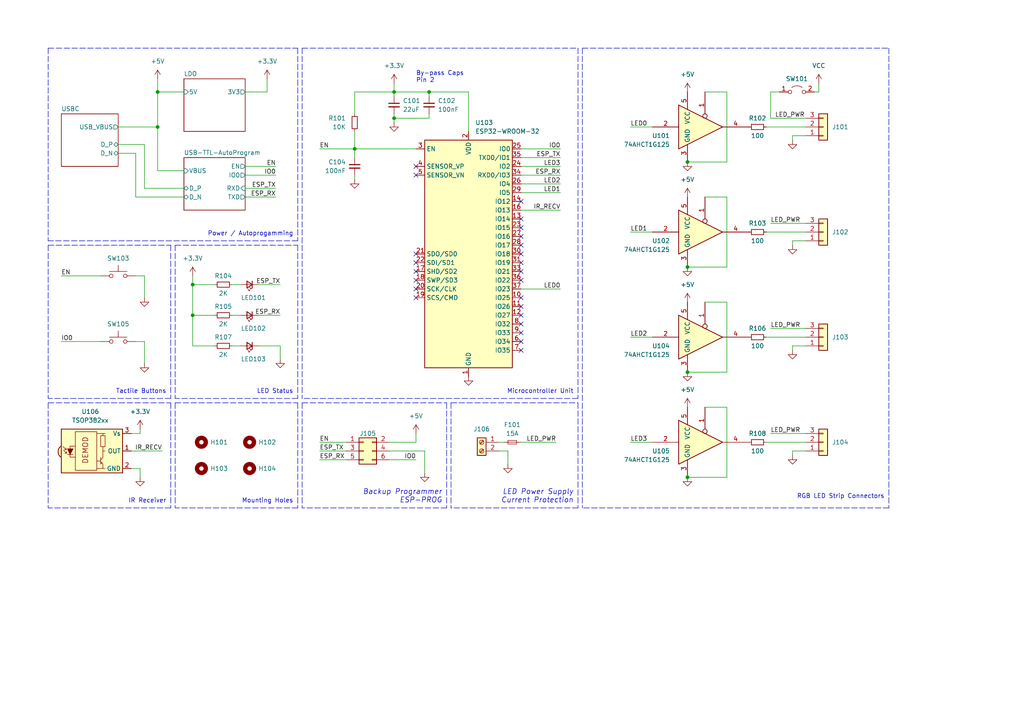
<source format=kicad_sch>
(kicad_sch (version 20230121) (generator eeschema)
  (paper "A4")
  (title_block (title "WLED ESP32 Control Board") (date "2023-06-18") (rev "A"))
  (lib_symbols
    (symbol "74xGxx:74AHCT1G125"
      (property "Reference" "U" (at -2.54 3.81 0))
      (property "Value" "74AHCT1G125" (at 0 -3.81 0))
      (symbol "74AHCT1G125_0_1"
        (polyline (pts (xy -7.62 6.35) (xy -7.62 -6.35) (xy 5.08 0) (xy -7.62 6.35)) (stroke (width 0.254)) (fill (type background)))
      )
      (symbol "74AHCT1G125_1_1"
        (pin input inverted (at 0 10.16 270) (length 7.62) (name "~") (number "1"))
        (pin input line (at -15.24 0 0) (length 7.62) (name "~") (number "2"))
        (pin power_in line (at -5.08 -10.16 90) (length 5.08) (name "GND") (number "3"))
        (pin tri_state line (at 12.7 0 180) (length 7.62) (name "~") (number "4"))
        (pin power_in line (at -5.08 10.16 270) (length 5.08) (name "VCC") (number "5"))
      )
    )
    (symbol "Connector:Screw_Terminal_01x02" (pin_names (offset 1.016) hide)
      (property "Reference" "J" (at 0 2.54 0))
      (property "Value" "Screw_Terminal_01x02" (at 0 -5.08 0))
      (symbol "Screw_Terminal_01x02_1_1"
        (rectangle (start -1.27 1.27) (end 1.27 -3.81) (stroke (width 0.254)) (fill (type background)))
        (circle (center 0 -2.54) (radius 0.635) (stroke (width 0.1524)))
        (polyline (pts (xy -0.5334 -2.2098) (xy 0.3302 -3.048)) (stroke (width 0.1524)))
        (polyline (pts (xy -0.5334 0.3302) (xy 0.3302 -0.508)) (stroke (width 0.1524)))
        (polyline (pts (xy -0.3556 -2.032) (xy 0.508 -2.8702)) (stroke (width 0.1524)))
        (polyline (pts (xy -0.3556 0.508) (xy 0.508 -0.3302)) (stroke (width 0.1524)))
        (circle (center 0 0) (radius 0.635) (stroke (width 0.1524)))
        (pin passive line (at -5.08 0 0) (length 3.81) (name "Pin_1") (number "1"))
        (pin passive line (at -5.08 -2.54 0) (length 3.81) (name "Pin_2") (number "2"))
      )
    )
    (symbol "Connector_Generic:Conn_01x03" (pin_names (offset 1.016) hide)
      (property "Reference" "J" (at 0 5.08 0))
      (property "Value" "Conn_01x03" (at 0 -5.08 0))
      (symbol "Conn_01x03_1_1"
        (rectangle (start -1.27 -2.413) (end 0 -2.667) (stroke (width 0.1524)))
        (rectangle (start -1.27 0.127) (end 0 -0.127) (stroke (width 0.1524)))
        (rectangle (start -1.27 2.667) (end 0 2.413) (stroke (width 0.1524)))
        (rectangle (start -1.27 3.81) (end 1.27 -3.81) (stroke (width 0.254)) (fill (type background)))
        (pin passive line (at -5.08 2.54 0) (length 3.81) (name "Pin_1") (number "1"))
        (pin passive line (at -5.08 0 0) (length 3.81) (name "Pin_2") (number "2"))
        (pin passive line (at -5.08 -2.54 0) (length 3.81) (name "Pin_3") (number "3"))
      )
    )
    (symbol "Connector_Generic:Conn_02x03_Odd_Even" (pin_names (offset 1.016) hide)
      (property "Reference" "J" (at 1.27 5.08 0))
      (property "Value" "Conn_02x03_Odd_Even" (at 1.27 -5.08 0))
      (symbol "Conn_02x03_Odd_Even_1_1"
        (rectangle (start -1.27 -2.413) (end 0 -2.667) (stroke (width 0.1524)))
        (rectangle (start -1.27 0.127) (end 0 -0.127) (stroke (width 0.1524)))
        (rectangle (start -1.27 2.667) (end 0 2.413) (stroke (width 0.1524)))
        (rectangle (start -1.27 3.81) (end 3.81 -3.81) (stroke (width 0.254)) (fill (type background)))
        (rectangle (start 3.81 -2.413) (end 2.54 -2.667) (stroke (width 0.1524)))
        (rectangle (start 3.81 0.127) (end 2.54 -0.127) (stroke (width 0.1524)))
        (rectangle (start 3.81 2.667) (end 2.54 2.413) (stroke (width 0.1524)))
        (pin passive line (at -5.08 2.54 0) (length 3.81) (name "Pin_1") (number "1"))
        (pin passive line (at 7.62 2.54 180) (length 3.81) (name "Pin_2") (number "2"))
        (pin passive line (at -5.08 0 0) (length 3.81) (name "Pin_3") (number "3"))
        (pin passive line (at 7.62 0 180) (length 3.81) (name "Pin_4") (number "4"))
        (pin passive line (at -5.08 -2.54 0) (length 3.81) (name "Pin_5") (number "5"))
        (pin passive line (at 7.62 -2.54 180) (length 3.81) (name "Pin_6") (number "6"))
      )
    )
    (symbol "Device:C_Small" (pin_numbers hide) (pin_names (offset 0.254) hide)
      (property "Reference" "C" (at 0.254 1.778 0))
      (property "Value" "C_Small" (at 0.254 -2.032 0))
      (symbol "C_Small_0_1"
        (polyline (pts (xy -1.524 -0.508) (xy 1.524 -0.508)) (stroke (width 0.3302)))
        (polyline (pts (xy -1.524 0.508) (xy 1.524 0.508)) (stroke (width 0.3048)))
      )
      (symbol "C_Small_1_1"
        (pin passive line (at 0 2.54 270) (length 2.032) (name "~") (number "1"))
        (pin passive line (at 0 -2.54 90) (length 2.032) (name "~") (number "2"))
      )
    )
    (symbol "Device:Fuse_Small" (pin_numbers hide) (pin_names (offset 0.254) hide)
      (property "Reference" "F" (at 0 -1.524 0))
      (property "Value" "Fuse_Small" (at 0 1.524 0))
      (symbol "Fuse_Small_0_1"
        (rectangle (start -1.27 0.508) (end 1.27 -0.508))
        (polyline (pts (xy -1.27 0) (xy 1.27 0)))
      )
      (symbol "Fuse_Small_1_1"
        (pin passive line (at -2.54 0 0) (length 1.27) (name "~") (number "1"))
        (pin passive line (at 2.54 0 180) (length 1.27) (name "~") (number "2"))
      )
    )
    (symbol "Device:LED_Small" (pin_numbers hide) (pin_names (offset 0.254) hide)
      (property "Reference" "D" (at -1.27 3.175 0))
      (property "Value" "LED_Small" (at -4.445 -2.54 0))
      (symbol "LED_Small_0_1"
        (polyline (pts (xy -0.762 -1.016) (xy -0.762 1.016)) (stroke (width 0.254)))
        (polyline (pts (xy 1.016 0) (xy -0.762 0)))
        (polyline (pts (xy 0.762 -1.016) (xy -0.762 0) (xy 0.762 1.016) (xy 0.762 -1.016)) (stroke (width 0.254)))
        (polyline (pts (xy 0 0.762) (xy -0.508 1.27) (xy -0.254 1.27) (xy -0.508 1.27) (xy -0.508 1.016)))
        (polyline (pts (xy 0.508 1.27) (xy 0 1.778) (xy 0.254 1.778) (xy 0 1.778) (xy 0 1.524)))
      )
      (symbol "LED_Small_1_1"
        (pin passive line (at -2.54 0 0) (length 1.778) (name "K") (number "1"))
        (pin passive line (at 2.54 0 180) (length 1.778) (name "A") (number "2"))
      )
    )
    (symbol "Device:R_Small" (pin_numbers hide) (pin_names (offset 0.254) hide)
      (property "Reference" "R" (at 0.762 0.508 0))
      (property "Value" "R_Small" (at 0.762 -1.016 0))
      (symbol "R_Small_0_1"
        (rectangle (start -0.762 1.778) (end 0.762 -1.778) (stroke (width 0.2032)))
      )
      (symbol "R_Small_1_1"
        (pin passive line (at 0 2.54 270) (length 0.762) (name "~") (number "1"))
        (pin passive line (at 0 -2.54 90) (length 0.762) (name "~") (number "2"))
      )
    )
    (symbol "Interface_Optical:TSOP382xx"
      (property "Reference" "U" (at -10.16 7.62 0))
      (property "Value" "TSOP382xx" (at -10.16 -7.62 0))
      (symbol "TSOP382xx_0_0"
        (arc (start -10.287 1.397) (mid -11.0899 -0.1852) (end -10.287 -1.778) (stroke (width 0.254)) (fill (type background)))
        (polyline (pts (xy 1.905 -5.08) (xy 0.127 -5.08)))
        (polyline (pts (xy 1.905 5.08) (xy 0.127 5.08)))
        (text "DEMOD" (at -3.175 0.254 900) (effects (font (size 1.524 1.524))))
      )
      (symbol "TSOP382xx_0_1"
        (rectangle (start -6.096 5.588) (end 0.127 -5.588))
        (polyline (pts (xy -8.763 0.381) (xy -9.652 1.27)))
        (polyline (pts (xy -8.763 0.381) (xy -9.271 0.381)))
        (polyline (pts (xy -8.763 0.381) (xy -8.763 0.889)))
        (polyline (pts (xy -8.636 -0.635) (xy -9.525 0.254)))
        (polyline (pts (xy -8.636 -0.635) (xy -9.144 -0.635)))
        (polyline (pts (xy -8.636 -0.635) (xy -8.636 -0.127)))
        (polyline (pts (xy -8.382 -1.016) (xy -6.731 -1.016)))
        (polyline (pts (xy 1.27 -2.921) (xy 0.127 -2.921)))
        (polyline (pts (xy 1.27 -1.905) (xy 1.27 -3.81)))
        (polyline (pts (xy 1.397 -3.556) (xy 1.524 -3.556)))
        (polyline (pts (xy 1.651 -3.556) (xy 1.524 -3.556)))
        (polyline (pts (xy 1.651 -3.556) (xy 1.651 -3.302)))
        (polyline (pts (xy 1.905 0) (xy 1.905 1.27)))
        (polyline (pts (xy 1.905 4.445) (xy 1.905 5.08) (xy 2.54 5.08)))
        (polyline (pts (xy -8.382 0.635) (xy -6.731 0.635) (xy -7.62 -1.016) (xy -8.382 0.635)) (fill (type outline)))
        (polyline (pts (xy -6.096 1.397) (xy -7.62 1.397) (xy -7.62 -1.778) (xy -6.096 -1.778)))
        (polyline (pts (xy 1.27 -3.175) (xy 1.905 -3.81) (xy 1.905 -5.08) (xy 2.54 -5.08)))
        (polyline (pts (xy 1.27 -2.54) (xy 1.905 -1.905) (xy 1.905 0) (xy 2.54 0)))
        (rectangle (start 2.54 1.27) (end 1.27 4.445))
        (rectangle (start 7.62 6.35) (end -10.16 -6.35) (stroke (width 0.254)) (fill (type background)))
      )
      (symbol "TSOP382xx_1_1"
        (pin output line (at 10.16 0 180) (length 2.54) (name "OUT") (number "1"))
        (pin power_in line (at 10.16 -5.08 180) (length 2.54) (name "GND") (number "2"))
        (pin power_in line (at 10.16 5.08 180) (length 2.54) (name "Vs") (number "3"))
      )
    )
    (symbol "Jumper:Jumper_2_Open" (pin_names (offset 0) hide)
      (property "Reference" "JP" (at 0 2.794 0))
      (property "Value" "Jumper_2_Open" (at 0 -2.286 0))
      (symbol "Jumper_2_Open_0_0"
        (circle (center -2.032 0) (radius 0.508))
        (circle (center 2.032 0) (radius 0.508))
      )
      (symbol "Jumper_2_Open_0_1"
        (arc (start 1.524 1.27) (mid 0 1.778) (end -1.524 1.27))
      )
      (symbol "Jumper_2_Open_1_1"
        (pin passive line (at -5.08 0 0) (length 2.54) (name "A") (number "1"))
        (pin passive line (at 5.08 0 180) (length 2.54) (name "B") (number "2"))
      )
    )
    (symbol "Mechanical:MountingHole" (pin_names (offset 1.016))
      (property "Reference" "H" (at 0 5.08 0))
      (property "Value" "MountingHole" (at 0 3.175 0))
      (symbol "MountingHole_0_1"
        (circle (center 0 0) (radius 1.27) (stroke (width 1.27)))
      )
    )
    (symbol "RF_Module:ESP32-WROOM-32"
      (property "Reference" "U" (at -12.7 34.29 0))
      (property "Value" "ESP32-WROOM-32" (at 1.27 34.29 0))
      (symbol "ESP32-WROOM-32_0_1"
        (rectangle (start -12.7 33.02) (end 12.7 -33.02) (stroke (width 0.254)) (fill (type background)))
      )
      (symbol "ESP32-WROOM-32_1_1"
        (pin power_in line (at 0 -35.56 90) (length 2.54) (name "GND") (number "1"))
        (pin bidirectional line (at 15.24 -12.7 180) (length 2.54) (name "IO25") (number "10"))
        (pin bidirectional line (at 15.24 -15.24 180) (length 2.54) (name "IO26") (number "11"))
        (pin bidirectional line (at 15.24 -17.78 180) (length 2.54) (name "IO27") (number "12"))
        (pin bidirectional line (at 15.24 10.16 180) (length 2.54) (name "IO14") (number "13"))
        (pin bidirectional line (at 15.24 15.24 180) (length 2.54) (name "IO12") (number "14"))
        (pin passive line (at 0 -35.56 90) (length 2.54) hide (name "GND") (number "15"))
        (pin bidirectional line (at 15.24 12.7 180) (length 2.54) (name "IO13") (number "16"))
        (pin bidirectional line (at -15.24 -5.08 0) (length 2.54) (name "SHD/SD2") (number "17"))
        (pin bidirectional line (at -15.24 -7.62 0) (length 2.54) (name "SWP/SD3") (number "18"))
        (pin bidirectional line (at -15.24 -12.7 0) (length 2.54) (name "SCS/CMD") (number "19"))
        (pin power_in line (at 0 35.56 270) (length 2.54) (name "VDD") (number "2"))
        (pin bidirectional line (at -15.24 -10.16 0) (length 2.54) (name "SCK/CLK") (number "20"))
        (pin bidirectional line (at -15.24 0 0) (length 2.54) (name "SDO/SD0") (number "21"))
        (pin bidirectional line (at -15.24 -2.54 0) (length 2.54) (name "SDI/SD1") (number "22"))
        (pin bidirectional line (at 15.24 7.62 180) (length 2.54) (name "IO15") (number "23"))
        (pin bidirectional line (at 15.24 25.4 180) (length 2.54) (name "IO2") (number "24"))
        (pin bidirectional line (at 15.24 30.48 180) (length 2.54) (name "IO0") (number "25"))
        (pin bidirectional line (at 15.24 20.32 180) (length 2.54) (name "IO4") (number "26"))
        (pin bidirectional line (at 15.24 5.08 180) (length 2.54) (name "IO16") (number "27"))
        (pin bidirectional line (at 15.24 2.54 180) (length 2.54) (name "IO17") (number "28"))
        (pin bidirectional line (at 15.24 17.78 180) (length 2.54) (name "IO5") (number "29"))
        (pin input line (at -15.24 30.48 0) (length 2.54) (name "EN") (number "3"))
        (pin bidirectional line (at 15.24 0 180) (length 2.54) (name "IO18") (number "30"))
        (pin bidirectional line (at 15.24 -2.54 180) (length 2.54) (name "IO19") (number "31"))
        (pin no_connect line (at -12.7 -27.94 0) (length 2.54) hide (name "NC") (number "32"))
        (pin bidirectional line (at 15.24 -5.08 180) (length 2.54) (name "IO21") (number "33"))
        (pin bidirectional line (at 15.24 22.86 180) (length 2.54) (name "RXD0/IO3") (number "34"))
        (pin bidirectional line (at 15.24 27.94 180) (length 2.54) (name "TXD0/IO1") (number "35"))
        (pin bidirectional line (at 15.24 -7.62 180) (length 2.54) (name "IO22") (number "36"))
        (pin bidirectional line (at 15.24 -10.16 180) (length 2.54) (name "IO23") (number "37"))
        (pin passive line (at 0 -35.56 90) (length 2.54) hide (name "GND") (number "38"))
        (pin passive line (at 0 -35.56 90) (length 2.54) hide (name "GND") (number "39"))
        (pin input line (at -15.24 25.4 0) (length 2.54) (name "SENSOR_VP") (number "4"))
        (pin input line (at -15.24 22.86 0) (length 2.54) (name "SENSOR_VN") (number "5"))
        (pin input line (at 15.24 -25.4 180) (length 2.54) (name "IO34") (number "6"))
        (pin input line (at 15.24 -27.94 180) (length 2.54) (name "IO35") (number "7"))
        (pin bidirectional line (at 15.24 -20.32 180) (length 2.54) (name "IO32") (number "8"))
        (pin bidirectional line (at 15.24 -22.86 180) (length 2.54) (name "IO33") (number "9"))
      )
    )
    (symbol "Switch:SW_Push" (pin_numbers hide) (pin_names (offset 1.016) hide)
      (property "Reference" "SW" (at 1.27 2.54 0))
      (property "Value" "SW_Push" (at 0 -1.524 0))
      (symbol "SW_Push_0_1"
        (circle (center -2.032 0) (radius 0.508))
        (polyline (pts (xy 0 1.27) (xy 0 3.048)))
        (polyline (pts (xy 2.54 1.27) (xy -2.54 1.27)))
        (circle (center 2.032 0) (radius 0.508))
        (pin passive line (at -5.08 0 0) (length 2.54) (name "1") (number "1"))
        (pin passive line (at 5.08 0 180) (length 2.54) (name "2") (number "2"))
      )
    )
    (symbol "power:+3.3V" (power) (pin_names (offset 0))
      (property "Value" "+3.3V" (at 0 3.556 0))
      (symbol "+3.3V_0_1"
        (polyline (pts (xy -0.762 1.27) (xy 0 2.54)))
        (polyline (pts (xy 0 0) (xy 0 2.54)))
        (polyline (pts (xy 0 2.54) (xy 0.762 1.27)))
      )
      (symbol "+3.3V_1_1"
        (pin power_in line (at 0 0 90) (length 0) hide (name "+3.3V") (number "1"))
      )
    )
    (symbol "power:+5V" (power) (pin_names (offset 0))
      (property "Value" "+5V" (at 0 3.556 0))
      (symbol "+5V_0_1"
        (polyline (pts (xy -0.762 1.27) (xy 0 2.54)))
        (polyline (pts (xy 0 0) (xy 0 2.54)))
        (polyline (pts (xy 0 2.54) (xy 0.762 1.27)))
      )
      (symbol "+5V_1_1"
        (pin power_in line (at 0 0 90) (length 0) hide (name "+5V") (number "1"))
      )
    )
    (symbol "power:GND" (power) (pin_names (offset 0))
      (property "Value" "GND" (at 0 -3.81 0))
      (symbol "GND_0_1"
        (polyline (pts (xy 0 0) (xy 0 -1.27) (xy 1.27 -1.27) (xy 0 -2.54) (xy -1.27 -1.27) (xy 0 -1.27)))
      )
      (symbol "GND_1_1"
        (pin power_in line (at 0 0 270) (length 0) hide (name "GND") (number "1"))
      )
    )
    (symbol "power:VCC" (power) (pin_names (offset 0))
      (property "Value" "VCC" (at 0 3.81 0))
      (symbol "VCC_0_1"
        (polyline (pts (xy -0.762 1.27) (xy 0 2.54)))
        (polyline (pts (xy 0 0) (xy 0 2.54)))
        (polyline (pts (xy 0 2.54) (xy 0.762 1.27)))
      )
      (symbol "VCC_1_1"
        (pin power_in line (at 0 0 90) (length 0) hide (name "VCC") (number "1"))
      )
    )
  )
  (junction (at 45.72 26.67))
  (junction (at 55.88 91.44))
  (junction (at 199.39 107.95))
  (junction (at 199.39 138.43))
  (junction (at 102.87 43.18))
  (junction (at 114.3 34.29))
  (junction (at 55.88 82.55))
  (junction (at 199.39 46.99))
  (junction (at 199.39 77.47))
  (junction (at 114.3 26.67))
  (junction (at 124.46 26.67))
  (junction (at 45.72 36.83))
  (no_connect (at 151.13 73.66))
  (no_connect (at 151.13 58.42))
  (no_connect (at 151.13 66.04))
  (no_connect (at 151.13 91.44))
  (no_connect (at 151.13 71.12))
  (no_connect (at 120.65 48.26))
  (no_connect (at 151.13 101.6))
  (no_connect (at 151.13 93.98))
  (no_connect (at 151.13 63.5))
  (no_connect (at 151.13 68.58))
  (no_connect (at 151.13 96.52))
  (no_connect (at 151.13 88.9))
  (no_connect (at 151.13 86.36))
  (no_connect (at 151.13 78.74))
  (no_connect (at 120.65 81.28))
  (no_connect (at 120.65 73.66))
  (no_connect (at 120.65 83.82))
  (no_connect (at 151.13 76.2))
  (no_connect (at 120.65 50.8))
  (no_connect (at 151.13 99.06))
  (no_connect (at 120.65 86.36))
  (no_connect (at 151.13 81.28))
  (no_connect (at 120.65 78.74))
  (no_connect (at 120.65 76.2))
  (wire (pts (xy 81.28 100.33) (xy 81.28 104.14)))
  (polyline (pts (xy 13.97 71.12) (xy 49.53 71.12)) (stroke (width 0) (type dash)))
  (wire (pts (xy 210.82 26.67) (xy 210.82 46.99)))
  (wire (pts (xy 151.13 43.18) (xy 162.56 43.18)))
  (polyline (pts (xy 167.64 116.84) (xy 167.64 147.32)) (stroke (width 0) (type dash)))
  (wire (pts (xy 229.87 130.81) (xy 233.68 130.81)))
  (polyline (pts (xy 168.91 13.97) (xy 168.91 147.32)) (stroke (width 0) (type dash)))
  (wire (pts (xy 223.52 125.73) (xy 233.68 125.73)))
  (wire (pts (xy 55.88 100.33) (xy 62.23 100.33)))
  (wire (pts (xy 124.46 26.67) (xy 124.46 27.94)))
  (wire (pts (xy 41.91 99.06) (xy 41.91 105.41)))
  (polyline (pts (xy 87.63 116.84) (xy 87.63 147.32)) (stroke (width 0) (type dash)))
  (wire (pts (xy 147.32 130.81) (xy 147.32 134.62)))
  (wire (pts (xy 71.12 50.8) (xy 80.01 50.8)))
  (wire (pts (xy 77.47 22.86) (xy 77.47 26.67)))
  (wire (pts (xy 151.13 128.27) (xy 161.29 128.27)))
  (wire (pts (xy 229.87 39.37) (xy 229.87 40.64)))
  (wire (pts (xy 182.88 36.83) (xy 189.23 36.83)))
  (wire (pts (xy 34.29 44.45) (xy 39.37 44.45)))
  (wire (pts (xy 223.52 64.77) (xy 233.68 64.77)))
  (polyline (pts (xy 13.97 13.97) (xy 13.97 69.85)) (stroke (width 0) (type dash)))
  (wire (pts (xy 226.06 26.67) (xy 223.52 26.67)))
  (wire (pts (xy 182.88 128.27) (xy 189.23 128.27)))
  (polyline (pts (xy 13.97 71.12) (xy 13.97 115.57)) (stroke (width 0) (type dash)))
  (wire (pts (xy 237.49 24.13) (xy 237.49 26.67)))
  (wire (pts (xy 34.29 41.91) (xy 41.91 41.91)))
  (wire (pts (xy 34.29 36.83) (xy 45.72 36.83)))
  (wire (pts (xy 151.13 60.96) (xy 162.56 60.96)))
  (wire (pts (xy 17.78 99.06) (xy 29.21 99.06)))
  (polyline (pts (xy 167.64 13.97) (xy 167.64 115.57)) (stroke (width 0) (type dash)))
  (wire (pts (xy 67.31 100.33) (xy 69.85 100.33)))
  (polyline (pts (xy 86.36 13.97) (xy 86.36 69.85)) (stroke (width 0) (type dash)))
  (wire (pts (xy 229.87 100.33) (xy 229.87 101.6)))
  (wire (pts (xy 135.89 26.67) (xy 135.89 38.1)))
  (wire (pts (xy 67.31 82.55) (xy 69.85 82.55)))
  (wire (pts (xy 204.47 26.67) (xy 210.82 26.67)))
  (polyline (pts (xy 257.81 147.32) (xy 168.91 147.32)) (stroke (width 0) (type dash)))
  (wire (pts (xy 38.1 135.89) (xy 40.64 135.89)))
  (wire (pts (xy 151.13 83.82) (xy 162.56 83.82)))
  (wire (pts (xy 55.88 82.55) (xy 62.23 82.55)))
  (wire (pts (xy 210.82 87.63) (xy 210.82 107.95)))
  (polyline (pts (xy 50.8 71.12) (xy 50.8 115.57)) (stroke (width 0) (type dash)))
  (wire (pts (xy 229.87 69.85) (xy 233.68 69.85)))
  (wire (pts (xy 229.87 39.37) (xy 233.68 39.37)))
  (polyline (pts (xy 257.81 13.97) (xy 257.81 147.32)) (stroke (width 0) (type dash)))
  (wire (pts (xy 39.37 99.06) (xy 41.91 99.06)))
  (wire (pts (xy 41.91 41.91) (xy 41.91 54.61)))
  (wire (pts (xy 144.78 130.81) (xy 147.32 130.81)))
  (wire (pts (xy 45.72 49.53) (xy 45.72 36.83)))
  (wire (pts (xy 77.47 26.67) (xy 71.12 26.67)))
  (wire (pts (xy 40.64 125.73) (xy 40.64 124.46)))
  (wire (pts (xy 55.88 82.55) (xy 55.88 91.44)))
  (polyline (pts (xy 87.63 116.84) (xy 129.54 116.84)) (stroke (width 0) (type dash)))
  (wire (pts (xy 151.13 45.72) (xy 162.56 45.72)))
  (wire (pts (xy 53.34 49.53) (xy 45.72 49.53)))
  (wire (pts (xy 45.72 36.83) (xy 45.72 26.67)))
  (wire (pts (xy 45.72 22.86) (xy 45.72 26.67)))
  (wire (pts (xy 92.71 133.35) (xy 100.33 133.35)))
  (wire (pts (xy 92.71 43.18) (xy 102.87 43.18)))
  (wire (pts (xy 204.47 87.63) (xy 210.82 87.63)))
  (polyline (pts (xy 50.8 116.84) (xy 50.8 147.32)) (stroke (width 0) (type dash)))
  (wire (pts (xy 182.88 67.31) (xy 189.23 67.31)))
  (wire (pts (xy 38.1 130.81) (xy 46.99 130.81)))
  (wire (pts (xy 113.03 128.27) (xy 120.65 128.27)))
  (wire (pts (xy 223.52 95.25) (xy 233.68 95.25)))
  (wire (pts (xy 114.3 26.67) (xy 102.87 26.67)))
  (polyline (pts (xy 86.36 147.32) (xy 50.8 147.32)) (stroke (width 0) (type dash)))
  (wire (pts (xy 92.71 130.81) (xy 100.33 130.81)))
  (polyline (pts (xy 86.36 71.12) (xy 86.36 115.57)) (stroke (width 0) (type dash)))
  (wire (pts (xy 102.87 50.8) (xy 102.87 52.07)))
  (polyline (pts (xy 130.81 116.84) (xy 167.64 116.84)) (stroke (width 0) (type dash)))
  (wire (pts (xy 229.87 69.85) (xy 229.87 71.12)))
  (wire (pts (xy 151.13 55.88) (xy 162.56 55.88)))
  (wire (pts (xy 222.25 36.83) (xy 233.68 36.83)))
  (wire (pts (xy 102.87 43.18) (xy 102.87 45.72)))
  (wire (pts (xy 124.46 26.67) (xy 135.89 26.67)))
  (wire (pts (xy 102.87 26.67) (xy 102.87 33.02)))
  (wire (pts (xy 114.3 34.29) (xy 114.3 33.02)))
  (wire (pts (xy 55.88 80.01) (xy 55.88 82.55)))
  (wire (pts (xy 210.82 57.15) (xy 210.82 77.47)))
  (wire (pts (xy 114.3 24.13) (xy 114.3 26.67)))
  (polyline (pts (xy 50.8 116.84) (xy 86.36 116.84)) (stroke (width 0) (type dash)))
  (wire (pts (xy 39.37 80.01) (xy 41.91 80.01)))
  (wire (pts (xy 74.93 91.44) (xy 81.28 91.44)))
  (wire (pts (xy 39.37 44.45) (xy 39.37 57.15)))
  (wire (pts (xy 151.13 53.34) (xy 162.56 53.34)))
  (polyline (pts (xy 13.97 116.84) (xy 49.53 116.84)) (stroke (width 0) (type dash)))
  (wire (pts (xy 45.72 26.67) (xy 53.34 26.67)))
  (polyline (pts (xy 86.36 115.57) (xy 50.8 115.57)) (stroke (width 0) (type dash)))
  (wire (pts (xy 222.25 67.31) (xy 233.68 67.31)))
  (polyline (pts (xy 167.64 147.32) (xy 130.81 147.32)) (stroke (width 0) (type dash)))
  (wire (pts (xy 71.12 48.26) (xy 80.01 48.26)))
  (wire (pts (xy 71.12 54.61) (xy 80.01 54.61)))
  (wire (pts (xy 222.25 128.27) (xy 233.68 128.27)))
  (polyline (pts (xy 129.54 147.32) (xy 87.63 147.32)) (stroke (width 0) (type dash)))
  (polyline (pts (xy 130.81 116.84) (xy 130.81 147.32)) (stroke (width 0) (type dash)))
  (polyline (pts (xy 86.36 116.84) (xy 86.36 147.32)) (stroke (width 0) (type dash)))
  (wire (pts (xy 55.88 91.44) (xy 62.23 91.44)))
  (wire (pts (xy 124.46 34.29) (xy 124.46 33.02)))
  (wire (pts (xy 92.71 128.27) (xy 100.33 128.27)))
  (wire (pts (xy 113.03 130.81) (xy 123.19 130.81)))
  (polyline (pts (xy 167.64 115.57) (xy 87.63 115.57)) (stroke (width 0) (type dash)))
  (wire (pts (xy 204.47 118.11) (xy 210.82 118.11)))
  (wire (pts (xy 151.13 50.8) (xy 162.56 50.8)))
  (wire (pts (xy 223.52 26.67) (xy 223.52 34.29)))
  (wire (pts (xy 39.37 57.15) (xy 53.34 57.15)))
  (polyline (pts (xy 168.91 13.97) (xy 257.81 13.97)) (stroke (width 0) (type dash)))
  (polyline (pts (xy 49.53 116.84) (xy 49.53 147.32)) (stroke (width 0) (type dash)))
  (wire (pts (xy 114.3 26.67) (xy 114.3 27.94)))
  (polyline (pts (xy 50.8 71.12) (xy 86.36 71.12)) (stroke (width 0) (type dash)))
  (wire (pts (xy 74.93 100.33) (xy 81.28 100.33)))
  (wire (pts (xy 123.19 130.81) (xy 123.19 137.16)))
  (wire (pts (xy 114.3 35.56) (xy 114.3 34.29)))
  (wire (pts (xy 210.82 138.43) (xy 199.39 138.43)))
  (wire (pts (xy 102.87 43.18) (xy 120.65 43.18)))
  (wire (pts (xy 210.82 77.47) (xy 199.39 77.47)))
  (wire (pts (xy 102.87 38.1) (xy 102.87 43.18)))
  (wire (pts (xy 120.65 125.73) (xy 120.65 128.27)))
  (wire (pts (xy 17.78 80.01) (xy 29.21 80.01)))
  (wire (pts (xy 41.91 80.01) (xy 41.91 86.36)))
  (wire (pts (xy 41.91 54.61) (xy 53.34 54.61)))
  (wire (pts (xy 182.88 97.79) (xy 189.23 97.79)))
  (polyline (pts (xy 87.63 13.97) (xy 167.64 13.97)) (stroke (width 0) (type dash)))
  (polyline (pts (xy 49.53 115.57) (xy 13.97 115.57)) (stroke (width 0) (type dash)))
  (polyline (pts (xy 49.53 147.32) (xy 13.97 147.32)) (stroke (width 0) (type dash)))
  (polyline (pts (xy 49.53 71.12) (xy 49.53 115.57)) (stroke (width 0) (type dash)))
  (wire (pts (xy 229.87 130.81) (xy 229.87 132.08)))
  (wire (pts (xy 71.12 57.15) (xy 80.01 57.15)))
  (wire (pts (xy 223.52 34.29) (xy 233.68 34.29)))
  (wire (pts (xy 151.13 48.26) (xy 162.56 48.26)))
  (wire (pts (xy 204.47 57.15) (xy 210.82 57.15)))
  (wire (pts (xy 222.25 97.79) (xy 233.68 97.79)))
  (polyline (pts (xy 129.54 116.84) (xy 129.54 147.32)) (stroke (width 0) (type dash)))
  (wire (pts (xy 210.82 118.11) (xy 210.82 138.43)))
  (wire (pts (xy 113.03 133.35) (xy 120.65 133.35)))
  (wire (pts (xy 210.82 46.99) (xy 199.39 46.99)))
  (polyline (pts (xy 87.63 13.97) (xy 87.63 115.57)) (stroke (width 0) (type dash)))
  (wire (pts (xy 67.31 91.44) (xy 69.85 91.44)))
  (wire (pts (xy 237.49 26.67) (xy 236.22 26.67)))
  (wire (pts (xy 38.1 125.73) (xy 40.64 125.73)))
  (wire (pts (xy 74.93 82.55) (xy 81.28 82.55)))
  (wire (pts (xy 210.82 107.95) (xy 199.39 107.95)))
  (polyline (pts (xy 13.97 116.84) (xy 13.97 147.32)) (stroke (width 0) (type dash)))
  (wire (pts (xy 55.88 91.44) (xy 55.88 100.33)))
  (wire (pts (xy 40.64 135.89) (xy 40.64 138.43)))
  (wire (pts (xy 229.87 100.33) (xy 233.68 100.33)))
  (wire (pts (xy 144.78 128.27) (xy 146.05 128.27)))
  (wire (pts (xy 114.3 34.29) (xy 124.46 34.29)))
  (polyline (pts (xy 13.97 13.97) (xy 86.36 13.97)) (stroke (width 0) (type dash)))
  (wire (pts (xy 114.3 26.67) (xy 124.46 26.67)))
  (polyline (pts (xy 86.36 69.85) (xy 13.97 69.85)) (stroke (width 0) (type dash)))
  (text "By-pass Caps\nPin 2" (at 120.65 24.13 0) (effects (font (size 1.27 1.27)) (justify left bottom)))
  (text "IR Receiver" (at 48.26 146.05 0) (effects (font (size 1.27 1.27)) (justify right bottom)))
  (text "Power / Autoprogamming" (at 85.09 68.58 0) (effects (font (size 1.27 1.27)) (justify right bottom)))
  (text "LED Power Supply\nCurrent Protection" (at 166.37 146.05 0) (effects (font (size 1.5 1.5) italic) (justify right bottom)))
  (text "LED Status" (at 85.09 114.3 0) (effects (font (size 1.27 1.27)) (justify right bottom)))
  (text "RGB LED Strip Connectors" (at 256.54 144.78 0) (effects (font (size 1.27 1.27)) (justify right bottom)))
  (text "Tactile Buttons" (at 48.26 114.3 0) (effects (font (size 1.27 1.27)) (justify right bottom)))
  (text "Backup Programmer\nESP-PROG" (at 128.27 146.05 0) (effects (font (size 1.5 1.5) italic) (justify right bottom)))
  (text "Microcontroller Unit" (at 166.37 114.3 0) (effects (font (size 1.27 1.27)) (justify right bottom)))
  (text "Mounting Holes" (at 85.09 146.05 0) (effects (font (size 1.27 1.27)) (justify right bottom)))
  (label "ESP_TX" (at 81.28 82.55 180))
  (label "LED_PWR" (at 223.52 64.77 0))
  (label "ESP_TX" (at 92.71 130.81 0))
  (label "EN" (at 80.01 48.26 180))
  (label "ESP_RX" (at 81.28 91.44 180))
  (label "ESP_RX" (at 162.56 50.8 180))
  (label "LED3" (at 182.88 128.27 0))
  (label "LED0" (at 182.88 36.83 0))
  (label "LED1" (at 182.88 67.31 0))
  (label "LED_PWR" (at 223.52 125.73 0))
  (label "ESP_RX" (at 92.71 133.35 0))
  (label "ESP_TX" (at 80.01 54.61 180))
  (label "LED_PWR" (at 161.29 128.27 180))
  (label "LED2" (at 162.56 53.34 180))
  (label "IO0" (at 162.56 43.18 180))
  (label "ESP_RX" (at 80.01 57.15 180))
  (label "LED_PWR" (at 224.79 34.29 0))
  (label "LED0" (at 162.56 83.82 180))
  (label "EN" (at 92.71 43.18 0))
  (label "IO0" (at 120.65 133.35 180))
  (label "LED_PWR" (at 223.52 95.25 0))
  (label "EN" (at 17.78 80.01 0))
  (label "LED1" (at 162.56 55.88 180))
  (label "IO0" (at 80.01 50.8 180))
  (label "IO0" (at 17.78 99.06 0))
  (label "IR_RECV" (at 46.99 130.81 180))
  (label "LED2" (at 182.88 97.79 0))
  (label "IR_RECV" (at 162.56 60.96 180))
  (label "ESP_TX" (at 162.56 45.72 180))
  (label "LED3" (at 162.56 48.26 180))
  (label "EN" (at 92.71 128.27 0))
  (symbol (lib_id "power:+3.3V") (at 77.47 22.86 0) (unit 1)
    (property "Reference" "#PWR0102" (effects hide))
    (property "Value" "+3.3V" (at 77.47 17.78 0))
  )
  (symbol (lib_id "74xGxx:74AHCT1G125") (at 204.47 97.79 0) (unit 1)
    (property "Reference" "U104" (at 194.31 100.33 0) (effects (justify right)))
    (property "Value" "74AHCT1G125" (at 194.31 102.87 0) (effects (justify right)))
    (property "Footprint" "Package_TO_SOT_SMD:SOT-23-5" (effects hide))
    (property "Datasheet" "http://www.ti.com/lit/sg/scyt129e/scyt129e.pdf" (effects hide))
    (property "LCSC" "C7484" (effects hide))
  )
  (symbol (lib_id "Device:R_Small") (at 219.71 97.79 90) (unit 1)
    (property "Reference" "R106" (at 219.71 95.25 90))
    (property "Value" "100" (at 219.71 100.33 90))
    (property "Footprint" "Resistor_SMD:R_0603_1608Metric" (effects hide))
    (property "LCSC" "C22775" (effects hide))
  )
  (symbol (lib_id "74xGxx:74AHCT1G125") (at 204.47 67.31 0) (unit 1)
    (property "Reference" "U102" (at 194.31 69.85 0) (effects (justify right)))
    (property "Value" "74AHCT1G125" (at 194.31 72.39 0) (effects (justify right)))
    (property "Footprint" "Package_TO_SOT_SMD:SOT-23-5" (effects hide))
    (property "Datasheet" "http://www.ti.com/lit/sg/scyt129e/scyt129e.pdf" (effects hide))
    (property "LCSC" "C7484" (effects hide))
  )
  (symbol (lib_id "Mechanical:MountingHole") (at 72.39 128.27 0) (unit 1) (in_bom no)
    (property "Reference" "H102" (at 74.93 128.27 0) (effects (justify left)))
    (property "Value" "MountingHole" (effects hide))
    (property "Footprint" "MountingHole:MountingHole_3.2mm_M3" (effects hide))
  )
  (symbol (lib_id "power:GND") (at 229.87 40.64 0) (unit 1)
    (property "Reference" "#PWR0107" (effects hide))
    (property "Value" "GND" (effects hide))
  )
  (symbol (lib_id "Connector:Screw_Terminal_01x02") (at 139.7 128.27 0) (mirror y) (unit 1) (in_bom no)
    (property "Reference" "J106" (at 139.7 124.46 0))
    (property "Value" "Screw_Terminal_01x02" (effects hide))
    (property "Footprint" "Project:395443002" (effects hide))
  )
  (symbol (lib_id "Device:R_Small") (at 64.77 91.44 90) (unit 1)
    (property "Reference" "R105" (at 64.77 88.9 90))
    (property "Value" "2K" (at 64.77 93.98 90))
    (property "Footprint" "Resistor_SMD:R_0603_1608Metric" (effects hide))
    (property "LCSC" "C22975" (effects hide))
  )
  (symbol (lib_id "power:GND") (at 229.87 101.6 0) (unit 1)
    (property "Reference" "#PWR0118" (effects hide))
    (property "Value" "GND" (effects hide))
  )
  (symbol (lib_id "power:+3.3V") (at 55.88 80.01 0) (unit 1)
    (property "Reference" "#PWR0114" (effects hide))
    (property "Value" "+3.3V" (at 55.88 74.93 0))
  )
  (symbol (lib_id "power:GND") (at 81.28 104.14 0) (unit 1)
    (property "Reference" "#PWR0119" (effects hide))
    (property "Value" "GND" (effects hide))
  )
  (symbol (lib_id "Interface_Optical:TSOP382xx") (at 27.94 130.81 0) (unit 1) (in_bom no)
    (property "Reference" "U106" (at 26.205 119.38 0))
    (property "Value" "TSOP382xx" (at 26.205 121.92 0))
    (property "Footprint" "OptoDevice:Vishay_MINICAST-3Pin" (effects hide))
    (property "Datasheet" "http://www.vishay.com/docs/82491/tsop382.pdf" (effects hide))
    (property "Mouser" "782-TSOP38238" (effects hide))
  )
  (symbol (lib_id "Device:R_Small") (at 64.77 82.55 90) (unit 1)
    (property "Reference" "R104" (at 64.77 80.01 90))
    (property "Value" "2K" (at 64.77 85.09 90))
    (property "Footprint" "Resistor_SMD:R_0603_1608Metric" (effects hide))
    (property "LCSC" "C22975" (effects hide))
  )
  (symbol (lib_id "power:GND") (at 40.64 138.43 0) (unit 1)
    (property "Reference" "#PWR0127" (effects hide))
    (property "Value" "GND" (effects hide))
  )
  (symbol (lib_id "Mechanical:MountingHole") (at 72.39 135.89 0) (unit 1) (in_bom no)
    (property "Reference" "H104" (at 74.93 135.89 0) (effects (justify left)))
    (property "Value" "MountingHole" (effects hide))
    (property "Footprint" "MountingHole:MountingHole_3.2mm_M3" (effects hide))
  )
  (symbol (lib_id "Connector_Generic:Conn_01x03") (at 238.76 67.31 0) (mirror x) (unit 1) (in_bom no)
    (property "Reference" "J102" (at 241.3 67.31 0) (effects (justify left)))
    (property "Value" "Conn_01x03" (effects hide))
    (property "Footprint" "Project:molex-39773-0003" (effects hide))
    (property "Mouser" "538-39773-0003" (effects hide))
  )
  (symbol (lib_id "Connector_Generic:Conn_02x03_Odd_Even") (at 105.41 130.81 0) (unit 1) (in_bom no)
    (property "Reference" "J105" (at 106.68 125.73 0))
    (property "Value" "Conn_02x03_Odd_Even" (effects hide))
    (property "Footprint" "Project:TC2030-IDC-NL" (effects hide))
  )
  (symbol (lib_id "Connector_Generic:Conn_01x03") (at 238.76 128.27 0) (mirror x) (unit 1) (in_bom no)
    (property "Reference" "J104" (at 241.3 128.27 0) (effects (justify left)))
    (property "Value" "Conn_01x03" (effects hide))
    (property "Footprint" "Project:molex-39773-0003" (effects hide))
    (property "Mouser" "538-39773-0003" (effects hide))
  )
  (symbol (lib_id "power:GND") (at 199.39 107.95 0) (unit 1)
    (property "Reference" "#PWR0122" (effects hide))
    (property "Value" "GND" (effects hide))
  )
  (symbol (lib_id "Device:LED_Small") (at 72.39 100.33 180) (unit 1)
    (property "Reference" "LED103" (at 69.85 104.14 0) (effects (justify right)))
    (property "Value" "RED" (effects hide))
    (property "Footprint" "LED_SMD:LED_0603_1608Metric" (effects hide))
    (property "LCSC" "C2286" (effects hide))
  )
  (symbol (lib_id "power:+5V") (at 45.72 22.86 0) (unit 1)
    (property "Reference" "#PWR0101" (effects hide))
    (property "Value" "+5V" (at 45.72 17.78 0))
  )
  (symbol (lib_id "power:GND") (at 102.87 52.07 0) (unit 1)
    (property "Reference" "#PWR0109" (effects hide))
    (property "Value" "GND" (effects hide))
  )
  (symbol (lib_id "Device:R_Small") (at 219.71 67.31 90) (unit 1)
    (property "Reference" "R103" (at 219.71 64.77 90))
    (property "Value" "100" (at 219.71 69.85 90))
    (property "Footprint" "Resistor_SMD:R_0603_1608Metric" (effects hide))
    (property "LCSC" "C22775" (effects hide))
  )
  (symbol (lib_id "74xGxx:74AHCT1G125") (at 204.47 128.27 0) (unit 1)
    (property "Reference" "U105" (at 194.31 130.81 0) (effects (justify right)))
    (property "Value" "74AHCT1G125" (at 194.31 133.35 0) (effects (justify right)))
    (property "Footprint" "Package_TO_SOT_SMD:SOT-23-5" (effects hide))
    (property "Datasheet" "http://www.ti.com/lit/sg/scyt129e/scyt129e.pdf" (effects hide))
    (property "LCSC" "C7484" (effects hide))
  )
  (symbol (lib_id "power:GND") (at 147.32 134.62 0) (unit 1)
    (property "Reference" "#PWR03" (effects hide))
    (property "Value" "GND" (effects hide))
  )
  (symbol (lib_id "Connector_Generic:Conn_01x03") (at 238.76 97.79 0) (mirror x) (unit 1) (in_bom no)
    (property "Reference" "J103" (at 241.3 97.79 0) (effects (justify left)))
    (property "Value" "Conn_01x03" (effects hide))
    (property "Footprint" "Project:molex-39773-0003" (effects hide))
    (property "Mouser" "538-39773-0003" (effects hide))
  )
  (symbol (lib_id "power:+5V") (at 199.39 118.11 0) (unit 1)
    (property "Reference" "#PWR0124" (effects hide))
    (property "Value" "+5V" (at 199.39 113.03 0))
  )
  (symbol (lib_id "power:+3.3V") (at 40.64 124.46 0) (unit 1)
    (property "Reference" "#PWR0125" (effects hide))
    (property "Value" "+3.3V" (at 40.64 119.38 0))
  )
  (symbol (lib_id "power:+5V") (at 120.65 125.73 0) (unit 1)
    (property "Reference" "#PWR01" (effects hide))
    (property "Value" "+5V" (at 120.65 120.65 0))
  )
  (symbol (lib_id "power:GND") (at 135.89 109.22 0) (unit 1)
    (property "Reference" "#PWR0121" (effects hide))
    (property "Value" "GND" (effects hide))
  )
  (symbol (lib_id "power:GND") (at 229.87 132.08 0) (unit 1)
    (property "Reference" "#PWR0126" (effects hide))
    (property "Value" "GND" (effects hide))
  )
  (symbol (lib_id "RF_Module:ESP32-WROOM-32") (at 135.89 73.66 0) (unit 1)
    (property "Reference" "U103" (at 137.8459 35.56 0) (effects (justify left)))
    (property "Value" "ESP32-WROOM-32" (at 137.8459 38.1 0) (effects (justify left)))
    (property "Footprint" "Project:ESP32-WROOM-32" (effects hide))
    (property "Datasheet" "https://datasheet.lcsc.com/lcsc/2207151900_Espressif-Systems-ESP32-WROOM-32E-N4_C701341.pdf" (effects hide))
    (property "LCSC" "C701341" (effects hide))
  )
  (symbol (lib_id "power:GND") (at 199.39 46.99 0) (unit 1)
    (property "Reference" "#PWR0108" (effects hide))
    (property "Value" "GND" (effects hide))
  )
  (symbol (lib_id "power:+3.3V") (at 114.3 24.13 0) (unit 1)
    (property "Reference" "#PWR0103" (effects hide))
    (property "Value" "+3.3V" (at 114.3 19.05 0))
  )
  (symbol (lib_id "Device:LED_Small") (at 72.39 91.44 180) (unit 1)
    (property "Reference" "LED102" (at 69.85 95.25 0) (effects (justify right)))
    (property "Value" "GREEN" (effects hide))
    (property "Footprint" "LED_SMD:LED_0603_1608Metric" (effects hide))
    (property "LCSC" "C72043" (effects hide))
  )
  (symbol (lib_id "Mechanical:MountingHole") (at 58.42 135.89 0) (unit 1) (in_bom no)
    (property "Reference" "H103" (at 60.96 135.89 0) (effects (justify left)))
    (property "Value" "MountingHole" (effects hide))
    (property "Footprint" "MountingHole:MountingHole_3.2mm_M3" (effects hide))
  )
  (symbol (lib_id "power:+5V") (at 199.39 57.15 0) (unit 1)
    (property "Reference" "#PWR0111" (effects hide))
    (property "Value" "+5V" (at 199.39 52.07 0))
  )
  (symbol (lib_id "Mechanical:MountingHole") (at 58.42 128.27 0) (unit 1) (in_bom no)
    (property "Reference" "H101" (at 60.96 128.27 0) (effects (justify left)))
    (property "Value" "MountingHole" (effects hide))
    (property "Footprint" "MountingHole:MountingHole_3.2mm_M3" (effects hide))
  )
  (symbol (lib_id "power:+5V") (at 199.39 87.63 0) (unit 1)
    (property "Reference" "#PWR0117" (effects hide))
    (property "Value" "+5V" (at 199.39 82.55 0))
  )
  (symbol (lib_id "Connector_Generic:Conn_01x03") (at 238.76 36.83 0) (mirror x) (unit 1) (in_bom no)
    (property "Reference" "J101" (at 241.3 36.83 0) (effects (justify left)))
    (property "Value" "Conn_01x03" (effects hide))
    (property "Footprint" "Project:molex-39773-0003" (effects hide))
    (property "Mouser" "538-39773-0003" (effects hide))
  )
  (symbol (lib_id "Device:R_Small") (at 64.77 100.33 90) (unit 1)
    (property "Reference" "R107" (at 64.77 97.79 90))
    (property "Value" "2K" (at 64.77 102.87 90))
    (property "Footprint" "Resistor_SMD:R_0603_1608Metric" (effects hide))
    (property "LCSC" "C22975" (effects hide))
  )
  (symbol (lib_id "power:GND") (at 114.3 35.56 0) (unit 1)
    (property "Reference" "#PWR0106" (effects hide))
    (property "Value" "GND" (effects hide))
  )
  (symbol (lib_id "Device:C_Small") (at 114.3 30.48 0) (unit 1)
    (property "Reference" "C101" (at 116.84 29.2163 0) (effects (justify left)))
    (property "Value" "22uF" (at 116.84 31.7563 0) (effects (justify left)))
    (property "Footprint" "Capacitor_SMD:C_0603_1608Metric" (effects hide))
    (property "LCSC" "C59461" (effects hide))
  )
  (symbol (lib_id "power:GND") (at 199.39 77.47 0) (unit 1)
    (property "Reference" "#PWR0113" (effects hide))
    (property "Value" "GND" (effects hide))
  )
  (symbol (lib_id "power:GND") (at 199.39 138.43 0) (unit 1)
    (property "Reference" "#PWR0128" (effects hide))
    (property "Value" "GND" (effects hide))
  )
  (symbol (lib_id "power:VCC") (at 237.49 24.13 0) (mirror y) (unit 1)
    (property "Reference" "#PWR0104" (effects hide))
    (property "Value" "VCC" (at 237.49 19.05 0))
  )
  (symbol (lib_id "power:GND") (at 229.87 71.12 0) (unit 1)
    (property "Reference" "#PWR0112" (effects hide))
    (property "Value" "GND" (effects hide))
  )
  (symbol (lib_id "Device:R_Small") (at 219.71 128.27 90) (unit 1)
    (property "Reference" "R108" (at 219.71 125.73 90))
    (property "Value" "100" (at 219.71 130.81 90))
    (property "Footprint" "Resistor_SMD:R_0603_1608Metric" (effects hide))
    (property "LCSC" "C22775" (effects hide))
  )
  (symbol (lib_id "Device:R_Small") (at 219.71 36.83 90) (unit 1)
    (property "Reference" "R102" (at 219.71 34.29 90))
    (property "Value" "100" (at 219.71 39.37 90))
    (property "Footprint" "Resistor_SMD:R_0603_1608Metric" (effects hide))
    (property "LCSC" "C22775" (effects hide))
  )
  (symbol (lib_id "Switch:SW_Push") (at 34.29 99.06 0) (unit 1)
    (property "Reference" "SW105" (at 34.29 93.98 0))
    (property "Value" "SW_Push" (effects hide))
    (property "Footprint" "Project:XKB-Connectivity-TS-1187A-B-A-B" (effects hide))
    (property "LCSC" "C318884" (effects hide))
  )
  (symbol (lib_id "power:GND") (at 123.19 137.16 0) (unit 1)
    (property "Reference" "#PWR02" (effects hide))
    (property "Value" "GND" (effects hide))
  )
  (symbol (lib_id "Device:R_Small") (at 102.87 35.56 0) (mirror y) (unit 1)
    (property "Reference" "R101" (at 100.33 34.29 0) (effects (justify left)))
    (property "Value" "10K" (at 100.33 36.83 0) (effects (justify left)))
    (property "Footprint" "Resistor_SMD:R_0603_1608Metric" (effects hide))
    (property "LCSC" "C25804" (effects hide))
  )
  (symbol (lib_id "Device:Fuse_Small") (at 148.59 128.27 0) (unit 1)
    (property "Reference" "F101" (at 148.59 123.19 0))
    (property "Value" "15A" (at 148.59 125.73 0))
    (property "Footprint" "Project:17867640001" (effects hide))
  )
  (symbol (lib_id "power:GND") (at 41.91 105.41 0) (unit 1)
    (property "Reference" "#PWR0120" (effects hide))
    (property "Value" "GND" (effects hide))
  )
  (symbol (lib_id "Switch:SW_Push") (at 34.29 80.01 0) (unit 1)
    (property "Reference" "SW103" (at 34.29 74.93 0))
    (property "Value" "SW_Push" (effects hide))
    (property "Footprint" "Project:XKB-Connectivity-TS-1187A-B-A-B" (effects hide))
    (property "LCSC" "C318884" (effects hide))
  )
  (symbol (lib_id "power:GND") (at 41.91 86.36 0) (unit 1)
    (property "Reference" "#PWR0116" (effects hide))
    (property "Value" "GND" (effects hide))
  )
  (symbol (lib_id "Jumper:Jumper_2_Open") (at 231.14 26.67 0) (unit 1) (in_bom no)
    (property "Reference" "SW101" (at 231.14 22.86 0))
    (property "Value" "SW_SPDT" (effects hide))
    (property "Footprint" "Connector_PinHeader_2.54mm:PinHeader_1x02_P2.54mm_Vertical" (effects hide))
  )
  (symbol (lib_id "74xGxx:74AHCT1G125") (at 204.47 36.83 0) (unit 1)
    (property "Reference" "U101" (at 194.31 39.37 0) (effects (justify right)))
    (property "Value" "74AHCT1G125" (at 194.31 41.91 0) (effects (justify right)))
    (property "Footprint" "Package_TO_SOT_SMD:SOT-23-5" (effects hide))
    (property "Datasheet" "http://www.ti.com/lit/sg/scyt129e/scyt129e.pdf" (effects hide))
    (property "LCSC" "C7484" (effects hide))
  )
  (symbol (lib_id "Device:LED_Small") (at 72.39 82.55 180) (unit 1)
    (property "Reference" "LED101" (at 69.85 86.36 0) (effects (justify right)))
    (property "Value" "BLUE" (effects hide))
    (property "Footprint" "LED_SMD:LED_0603_1608Metric" (effects hide))
    (property "LCSC" "C72041" (effects hide))
  )
  (symbol (lib_id "power:+5V") (at 199.39 26.67 0) (unit 1)
    (property "Reference" "#PWR0105" (effects hide))
    (property "Value" "+5V" (at 199.39 21.59 0))
  )
  (symbol (lib_id "Device:C_Small") (at 124.46 30.48 0) (unit 1)
    (property "Reference" "C102" (at 127 29.2163 0) (effects (justify left)))
    (property "Value" "100nF" (at 127 31.7563 0) (effects (justify left)))
    (property "Footprint" "Capacitor_SMD:C_0603_1608Metric" (effects hide))
    (property "LCSC" "C14663" (effects hide))
  )
  (symbol (lib_id "Device:C_Small") (at 102.87 48.26 0) (mirror y) (unit 1)
    (property "Reference" "C104" (at 100.33 46.9963 0) (effects (justify left)))
    (property "Value" "100nF" (at 100.33 49.5363 0) (effects (justify left)))
    (property "Footprint" "Capacitor_SMD:C_0603_1608Metric" (effects hide))
    (property "LCSC" "C14663" (effects hide))
  )
  (sheet (at 17.78 33.02) (size 16.51 15.24) (stroke (width 0.1524))
    (property "Sheetname" "USBC" (at 17.78 32.3084 0) (effects (justify left bottom)))
    (property "Sheetfile" "usbc-2-0.kicad_sch" (effects hide))
    (pin "D_P" bidirectional (at 34.29 41.91 0))
    (pin "D_N" bidirectional (at 34.29 44.45 0))
    (pin "USB_VBUS" output (at 34.29 36.83 0))
  )
  (sheet (at 53.34 45.72) (size 17.78 15.24) (stroke (width 0.1524))
    (property "Sheetname" "USB-TTL-AutoProgram" (at 53.34 45.0084 0) (effects (justify left bottom)))
    (property "Sheetfile" "cp2102-esp32-autoprogram.kicad_sch" (effects hide))
    (pin "RXD" input (at 71.12 54.61 0))
    (pin "D_P" bidirectional (at 53.34 54.61 180))
    (pin "D_N" bidirectional (at 53.34 57.15 180))
    (pin "VBUS" input (at 53.34 49.53 180))
    (pin "TXD" output (at 71.12 57.15 0))
    (pin "EN" output (at 71.12 48.26 0))
    (pin "IO0" output (at 71.12 50.8 0))
  )
  (sheet (at 53.34 22.86) (size 17.78 15.24) (stroke (width 0.1524))
    (property "Sheetname" "LDO" (at 53.34 22.1484 0) (effects (justify left bottom)))
    (property "Sheetfile" "ldo_3V3.kicad_sch" (effects hide))
    (pin "3V3" output (at 71.12 26.67 0))
    (pin "5V" input (at 53.34 26.67 180))
  )
)
</source>
